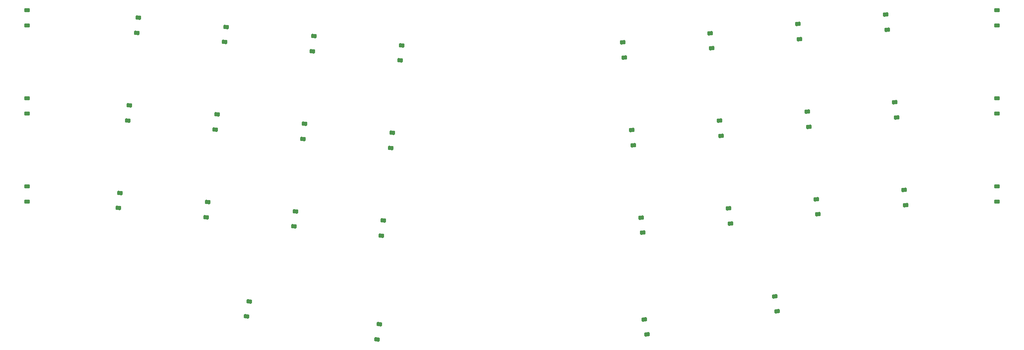
<source format=gbr>
%TF.GenerationSoftware,KiCad,Pcbnew,8.0.4*%
%TF.CreationDate,2024-12-12T17:25:20-05:00*%
%TF.ProjectId,babier-v,62616269-6572-42d7-962e-6b696361645f,rev?*%
%TF.SameCoordinates,Original*%
%TF.FileFunction,Paste,Bot*%
%TF.FilePolarity,Positive*%
%FSLAX46Y46*%
G04 Gerber Fmt 4.6, Leading zero omitted, Abs format (unit mm)*
G04 Created by KiCad (PCBNEW 8.0.4) date 2024-12-12 17:25:20*
%MOMM*%
%LPD*%
G01*
G04 APERTURE LIST*
G04 Aperture macros list*
%AMRoundRect*
0 Rectangle with rounded corners*
0 $1 Rounding radius*
0 $2 $3 $4 $5 $6 $7 $8 $9 X,Y pos of 4 corners*
0 Add a 4 corners polygon primitive as box body*
4,1,4,$2,$3,$4,$5,$6,$7,$8,$9,$2,$3,0*
0 Add four circle primitives for the rounded corners*
1,1,$1+$1,$2,$3*
1,1,$1+$1,$4,$5*
1,1,$1+$1,$6,$7*
1,1,$1+$1,$8,$9*
0 Add four rect primitives between the rounded corners*
20,1,$1+$1,$2,$3,$4,$5,0*
20,1,$1+$1,$4,$5,$6,$7,0*
20,1,$1+$1,$6,$7,$8,$9,0*
20,1,$1+$1,$8,$9,$2,$3,0*%
G04 Aperture macros list end*
%ADD10RoundRect,0.225000X0.349427X-0.262966X0.396465X0.184569X-0.349427X0.262966X-0.396465X-0.184569X0*%
%ADD11RoundRect,0.225000X0.396465X-0.184569X0.349427X0.262966X-0.396465X0.184569X-0.349427X-0.262966X0*%
%ADD12RoundRect,0.225000X0.330232X-0.286700X0.408374X0.156464X-0.330232X0.286700X-0.408374X-0.156464X0*%
%ADD13RoundRect,0.225000X0.375000X-0.225000X0.375000X0.225000X-0.375000X0.225000X-0.375000X-0.225000X0*%
%ADD14RoundRect,0.225000X0.408374X-0.156464X0.330232X0.286700X-0.408374X0.156464X-0.330232X-0.286700X0*%
G04 APERTURE END LIST*
D10*
%TO.C,D24*%
X91206406Y-71102070D03*
X90861460Y-74383998D03*
%TD*%
D11*
%TO.C,D7*%
X180837141Y-32563599D03*
X181182089Y-35845525D03*
%TD*%
D10*
%TO.C,D25*%
X110152048Y-73093336D03*
X109807102Y-76375264D03*
%TD*%
%TO.C,D4*%
X95188940Y-33210786D03*
X94843994Y-36492714D03*
%TD*%
D11*
%TO.C,D16*%
X163882766Y-53500509D03*
X164227714Y-56782435D03*
%TD*%
D10*
%TO.C,D23*%
X72260764Y-69110804D03*
X71915818Y-72392732D03*
%TD*%
D11*
%TO.C,D18*%
X201774050Y-49517975D03*
X202118998Y-52799901D03*
%TD*%
D12*
%TO.C,D32*%
X109369725Y-95536262D03*
X108796687Y-98786128D03*
%TD*%
D13*
%TO.C,D1*%
X33254998Y-27643750D03*
X33254998Y-30943750D03*
%TD*%
D11*
%TO.C,D29*%
X222710960Y-66472350D03*
X223055908Y-69754276D03*
%TD*%
D10*
%TO.C,D15*%
X112143316Y-54147694D03*
X111798370Y-57429622D03*
%TD*%
D13*
%TO.C,D11*%
X33255000Y-46693750D03*
X33255000Y-49993750D03*
%TD*%
D11*
%TO.C,D19*%
X220719694Y-47526709D03*
X221064642Y-50808635D03*
%TD*%
D13*
%TO.C,D20*%
X242805000Y-46693748D03*
X242805000Y-49993748D03*
%TD*%
%TO.C,D10*%
X242805000Y-27643750D03*
X242805000Y-30943750D03*
%TD*%
D14*
%TO.C,D33*%
X166596209Y-94461116D03*
X167169249Y-97710982D03*
%TD*%
D11*
%TO.C,D17*%
X182828409Y-51509241D03*
X183173357Y-54791167D03*
%TD*%
D10*
%TO.C,D13*%
X74252031Y-50165159D03*
X73907085Y-53447087D03*
%TD*%
D13*
%TO.C,D21*%
X33255001Y-65743748D03*
X33255001Y-69043748D03*
%TD*%
D10*
%TO.C,D12*%
X55306389Y-48173894D03*
X54961443Y-51455822D03*
%TD*%
%TO.C,D2*%
X57297655Y-29228251D03*
X56952709Y-32510179D03*
%TD*%
D11*
%TO.C,D27*%
X184819678Y-70454882D03*
X185164626Y-73736808D03*
%TD*%
D13*
%TO.C,D30*%
X242804999Y-65743749D03*
X242804999Y-69043749D03*
%TD*%
D10*
%TO.C,D5*%
X114134582Y-35202053D03*
X113789636Y-38483981D03*
%TD*%
D14*
%TO.C,D34*%
X195310129Y-92748991D03*
X194737089Y-89499125D03*
%TD*%
D10*
%TO.C,D3*%
X76243299Y-31219518D03*
X75898353Y-34501446D03*
%TD*%
%TO.C,D14*%
X93197674Y-52156426D03*
X92852728Y-55438354D03*
%TD*%
%TO.C,D22*%
X53315121Y-67119536D03*
X52970175Y-70401464D03*
%TD*%
D11*
%TO.C,D28*%
X203765318Y-68463617D03*
X204110266Y-71745543D03*
%TD*%
%TO.C,D26*%
X165874033Y-72446153D03*
X166218981Y-75728079D03*
%TD*%
%TO.C,D9*%
X218728425Y-28581066D03*
X219073373Y-31862992D03*
%TD*%
%TO.C,D8*%
X199782785Y-30572333D03*
X200127733Y-33854259D03*
%TD*%
D12*
%TO.C,D31*%
X81228845Y-90574262D03*
X80655807Y-93824128D03*
%TD*%
D11*
%TO.C,D6*%
X161891500Y-34554866D03*
X162236448Y-37836792D03*
%TD*%
M02*

</source>
